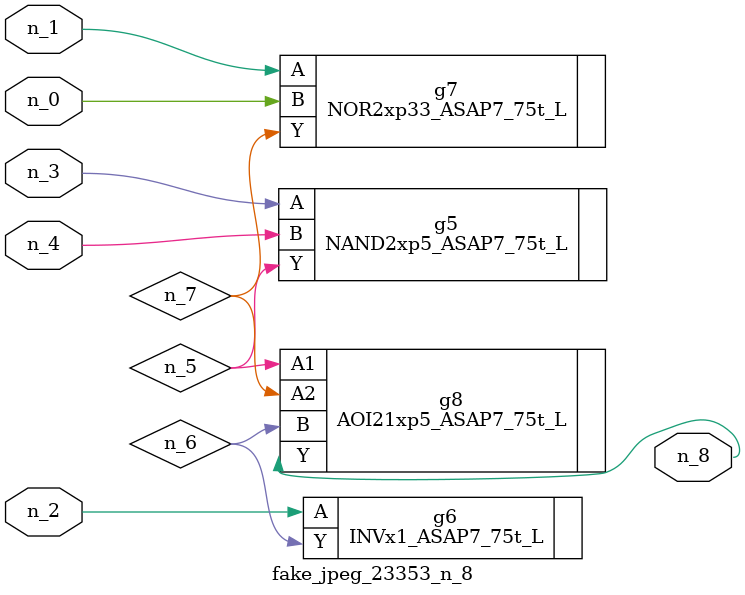
<source format=v>
module fake_jpeg_23353_n_8 (n_3, n_2, n_1, n_0, n_4, n_8);

input n_3;
input n_2;
input n_1;
input n_0;
input n_4;

output n_8;

wire n_6;
wire n_5;
wire n_7;

NAND2xp5_ASAP7_75t_L g5 ( 
.A(n_3),
.B(n_4),
.Y(n_5)
);

INVx1_ASAP7_75t_L g6 ( 
.A(n_2),
.Y(n_6)
);

NOR2xp33_ASAP7_75t_L g7 ( 
.A(n_1),
.B(n_0),
.Y(n_7)
);

AOI21xp5_ASAP7_75t_L g8 ( 
.A1(n_5),
.A2(n_7),
.B(n_6),
.Y(n_8)
);


endmodule
</source>
